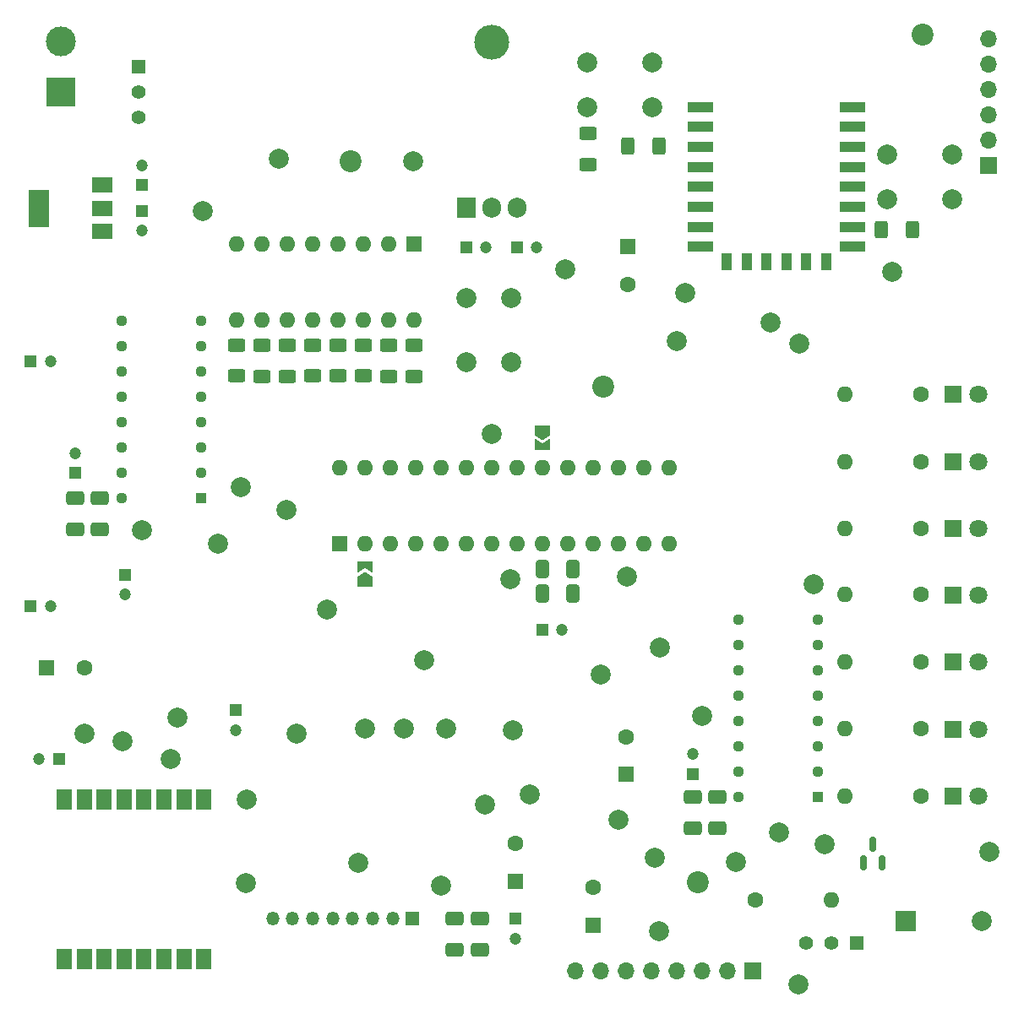
<source format=gbr>
%TF.GenerationSoftware,KiCad,Pcbnew,7.0.10*%
%TF.CreationDate,2024-02-21T03:28:03-08:00*%
%TF.ProjectId,b1,62312e6b-6963-4616-945f-706362585858,1*%
%TF.SameCoordinates,Original*%
%TF.FileFunction,Soldermask,Top*%
%TF.FilePolarity,Negative*%
%FSLAX46Y46*%
G04 Gerber Fmt 4.6, Leading zero omitted, Abs format (unit mm)*
G04 Created by KiCad (PCBNEW 7.0.10) date 2024-02-21 03:28:03*
%MOMM*%
%LPD*%
G01*
G04 APERTURE LIST*
G04 Aperture macros list*
%AMRoundRect*
0 Rectangle with rounded corners*
0 $1 Rounding radius*
0 $2 $3 $4 $5 $6 $7 $8 $9 X,Y pos of 4 corners*
0 Add a 4 corners polygon primitive as box body*
4,1,4,$2,$3,$4,$5,$6,$7,$8,$9,$2,$3,0*
0 Add four circle primitives for the rounded corners*
1,1,$1+$1,$2,$3*
1,1,$1+$1,$4,$5*
1,1,$1+$1,$6,$7*
1,1,$1+$1,$8,$9*
0 Add four rect primitives between the rounded corners*
20,1,$1+$1,$2,$3,$4,$5,0*
20,1,$1+$1,$4,$5,$6,$7,0*
20,1,$1+$1,$6,$7,$8,$9,0*
20,1,$1+$1,$8,$9,$2,$3,0*%
%AMFreePoly0*
4,1,6,1.000000,0.000000,0.500000,-0.750000,-0.500000,-0.750000,-0.500000,0.750000,0.500000,0.750000,1.000000,0.000000,1.000000,0.000000,$1*%
%AMFreePoly1*
4,1,6,0.500000,-0.750000,-0.650000,-0.750000,-0.150000,0.000000,-0.650000,0.750000,0.500000,0.750000,0.500000,-0.750000,0.500000,-0.750000,$1*%
G04 Aperture macros list end*
%ADD10R,2.000000X1.500000*%
%ADD11R,2.000000X3.800000*%
%ADD12R,1.350000X1.350000*%
%ADD13O,1.350000X1.350000*%
%ADD14R,1.500000X2.000000*%
%ADD15C,1.130000*%
%ADD16R,1.130000X1.130000*%
%ADD17O,1.600000X1.600000*%
%ADD18R,1.600000X1.600000*%
%ADD19R,2.500000X1.000000*%
%ADD20R,1.000000X1.800000*%
%ADD21O,1.905000X2.000000*%
%ADD22R,1.905000X2.000000*%
%ADD23O,3.500000X3.500000*%
%ADD24C,2.000000*%
%ADD25R,1.408000X1.408000*%
%ADD26C,1.408000*%
%ADD27C,1.600000*%
%ADD28RoundRect,0.250000X-0.625000X0.400000X-0.625000X-0.400000X0.625000X-0.400000X0.625000X0.400000X0*%
%ADD29RoundRect,0.250000X-0.400000X-0.625000X0.400000X-0.625000X0.400000X0.625000X-0.400000X0.625000X0*%
%ADD30RoundRect,0.150000X0.150000X-0.587500X0.150000X0.587500X-0.150000X0.587500X-0.150000X-0.587500X0*%
%ADD31R,1.700000X1.700000*%
%ADD32O,1.700000X1.700000*%
%ADD33FreePoly0,270.000000*%
%ADD34FreePoly1,270.000000*%
%ADD35FreePoly0,90.000000*%
%ADD36FreePoly1,90.000000*%
%ADD37R,3.000000X3.000000*%
%ADD38C,3.000000*%
%ADD39C,2.200000*%
%ADD40R,1.800000X1.800000*%
%ADD41C,1.800000*%
%ADD42RoundRect,0.250000X-0.650000X0.412500X-0.650000X-0.412500X0.650000X-0.412500X0.650000X0.412500X0*%
%ADD43C,1.200000*%
%ADD44R,1.200000X1.200000*%
%ADD45RoundRect,0.250000X-0.412500X-0.650000X0.412500X-0.650000X0.412500X0.650000X-0.412500X0.650000X0*%
%ADD46R,2.000000X2.000000*%
G04 APERTURE END LIST*
D10*
%TO.C,U2*%
X103988000Y-61170600D03*
X103988000Y-63470600D03*
D11*
X97688000Y-63470600D03*
D10*
X103988000Y-65770600D03*
%TD*%
D12*
%TO.C,U8*%
X135095000Y-134747000D03*
D13*
X133095000Y-134747000D03*
X131095000Y-134747000D03*
X129095000Y-134747000D03*
X127095000Y-134747000D03*
X125095000Y-134747000D03*
X123095000Y-134747000D03*
X121095000Y-134747000D03*
%TD*%
D14*
%TO.C,U7*%
X100188000Y-122810000D03*
X102188000Y-122810000D03*
X104188000Y-122810000D03*
X106188000Y-122810000D03*
X108188000Y-122810000D03*
X110188000Y-122810000D03*
X112188000Y-122810000D03*
X114188000Y-122810000D03*
X114188000Y-138810000D03*
X112188000Y-138810000D03*
X110188000Y-138810000D03*
X108188000Y-138810000D03*
X106188000Y-138810000D03*
X104188000Y-138810000D03*
X102188000Y-138810000D03*
X100188000Y-138810000D03*
%TD*%
D15*
%TO.C,U6*%
X167767000Y-122555000D03*
X167767000Y-120015000D03*
X167767000Y-117475000D03*
X167767000Y-114935000D03*
X167767000Y-112395000D03*
X167767000Y-109855000D03*
X167767000Y-107315000D03*
X167767000Y-104775000D03*
X175707000Y-104775000D03*
X175707000Y-107315000D03*
X175707000Y-109855000D03*
X175707000Y-112395000D03*
X175707000Y-114935000D03*
X175707000Y-117475000D03*
X175707000Y-120015000D03*
D16*
X175707000Y-122555000D03*
%TD*%
%TO.C,U5*%
X113881500Y-92573000D03*
D15*
X113881500Y-90033000D03*
X113881500Y-87493000D03*
X113881500Y-84953000D03*
X113881500Y-82413000D03*
X113881500Y-79873000D03*
X113881500Y-77333000D03*
X113881500Y-74793000D03*
X105941500Y-74793000D03*
X105941500Y-77333000D03*
X105941500Y-79873000D03*
X105941500Y-82413000D03*
X105941500Y-84953000D03*
X105941500Y-87493000D03*
X105941500Y-90033000D03*
X105941500Y-92573000D03*
%TD*%
D17*
%TO.C,U4*%
X127762000Y-89535000D03*
X130302000Y-89535000D03*
X132842000Y-89535000D03*
X135382000Y-89535000D03*
X137922000Y-89535000D03*
X140462000Y-89535000D03*
X143002000Y-89535000D03*
X145542000Y-89535000D03*
X148082000Y-89535000D03*
X150622000Y-89535000D03*
X153162000Y-89535000D03*
X155702000Y-89535000D03*
X158242000Y-89535000D03*
X160782000Y-89535000D03*
X160782000Y-97155000D03*
X158242000Y-97155000D03*
X155702000Y-97155000D03*
X153162000Y-97155000D03*
X150622000Y-97155000D03*
X148082000Y-97155000D03*
X145542000Y-97155000D03*
X143002000Y-97155000D03*
X140462000Y-97155000D03*
X137922000Y-97155000D03*
X135382000Y-97155000D03*
X132842000Y-97155000D03*
X130302000Y-97155000D03*
D18*
X127762000Y-97155000D03*
%TD*%
D19*
%TO.C,U3*%
X163977000Y-53327000D03*
X163977000Y-55327000D03*
X163977000Y-57327000D03*
X163977000Y-59327000D03*
X163977000Y-61327000D03*
X163977000Y-63327000D03*
X163977000Y-65327000D03*
X163977000Y-67327000D03*
D20*
X166577000Y-68827000D03*
X168577000Y-68827000D03*
X170577000Y-68827000D03*
X172577000Y-68827000D03*
X174577000Y-68827000D03*
X176577000Y-68827000D03*
D19*
X179177000Y-67327000D03*
X179177000Y-65327000D03*
X179177000Y-63327000D03*
X179177000Y-61327000D03*
X179177000Y-59327000D03*
X179177000Y-57327000D03*
X179177000Y-55327000D03*
X179177000Y-53327000D03*
%TD*%
D21*
%TO.C,U1*%
X145542000Y-63459000D03*
X143002000Y-63459000D03*
D22*
X140462000Y-63459000D03*
D23*
X143002000Y-46799000D03*
%TD*%
D24*
%TO.C,TP51*%
X129667000Y-129159000D03*
%TD*%
%TO.C,TP50*%
X138430000Y-115697000D03*
%TD*%
%TO.C,TP49*%
X126492000Y-103759000D03*
%TD*%
%TO.C,TP48*%
X136271000Y-108839000D03*
%TD*%
%TO.C,TP47*%
X134239000Y-115697000D03*
%TD*%
%TO.C,TP46*%
X155702000Y-124841000D03*
%TD*%
%TO.C,TP45*%
X118491000Y-122809000D03*
%TD*%
%TO.C,TP44*%
X102235000Y-116205000D03*
%TD*%
%TO.C,TP43*%
X106045000Y-116967000D03*
%TD*%
%TO.C,TP42*%
X130302000Y-115697000D03*
%TD*%
%TO.C,TP41*%
X118364000Y-131191000D03*
%TD*%
%TO.C,TP40*%
X167513000Y-129032000D03*
%TD*%
%TO.C,TP39*%
X146812000Y-122301000D03*
%TD*%
%TO.C,TP38*%
X145161000Y-115824000D03*
%TD*%
%TO.C,TP37*%
X159385000Y-128651000D03*
%TD*%
%TO.C,TP36*%
X176403000Y-127254000D03*
%TD*%
%TO.C,TP35*%
X175260000Y-101219000D03*
%TD*%
%TO.C,TP34*%
X192913000Y-128016000D03*
%TD*%
%TO.C,TP33*%
X153924000Y-110236000D03*
%TD*%
%TO.C,TP32*%
X171831000Y-126111000D03*
%TD*%
%TO.C,TP30*%
X117856000Y-91440000D03*
%TD*%
%TO.C,TP29*%
X143002000Y-86106000D03*
%TD*%
%TO.C,TP28*%
X122428000Y-93726000D03*
%TD*%
%TO.C,TP27*%
X115570000Y-97155000D03*
%TD*%
%TO.C,TP26*%
X107950000Y-95758000D03*
%TD*%
%TO.C,TP25*%
X156591000Y-100457000D03*
%TD*%
%TO.C,TP24*%
X183134000Y-69850000D03*
%TD*%
%TO.C,TP23*%
X170942000Y-74930000D03*
%TD*%
%TO.C,TP22*%
X173863000Y-77089000D03*
%TD*%
%TO.C,TP21*%
X162433000Y-72009000D03*
%TD*%
%TO.C,TP20*%
X144907000Y-100711000D03*
%TD*%
%TO.C,TP18*%
X159766000Y-136017000D03*
%TD*%
%TO.C,TP14*%
X142367000Y-123317000D03*
%TD*%
%TO.C,TP13*%
X161544000Y-76835000D03*
%TD*%
%TO.C,TP12*%
X111506000Y-114554000D03*
%TD*%
%TO.C,TP11*%
X123444000Y-116205000D03*
%TD*%
%TO.C,TP10*%
X164084000Y-114427000D03*
%TD*%
%TO.C,TP9*%
X137922000Y-131445000D03*
%TD*%
%TO.C,TP7*%
X173736000Y-141351000D03*
%TD*%
%TO.C,TP6*%
X110871000Y-118745000D03*
%TD*%
%TO.C,TP5*%
X159893000Y-107569000D03*
%TD*%
%TO.C,TP4*%
X135128000Y-58801000D03*
%TD*%
%TO.C,TP3*%
X121666000Y-58547000D03*
%TD*%
%TO.C,TP2*%
X114046000Y-63754000D03*
%TD*%
%TO.C,TP1*%
X150368000Y-69596000D03*
%TD*%
D25*
%TO.C,SW6*%
X179578000Y-137128000D03*
D26*
X177038000Y-137128000D03*
X174498000Y-137128000D03*
%TD*%
D18*
%TO.C,SW5*%
X135255000Y-67056000D03*
D17*
X132715000Y-67056000D03*
X130175000Y-67056000D03*
X127635000Y-67056000D03*
X125095000Y-67056000D03*
X122555000Y-67056000D03*
X120015000Y-67056000D03*
X117475000Y-67056000D03*
X117475000Y-74676000D03*
X120015000Y-74676000D03*
X122555000Y-74676000D03*
X125095000Y-74676000D03*
X127635000Y-74676000D03*
X130175000Y-74676000D03*
X132715000Y-74676000D03*
X135255000Y-74676000D03*
%TD*%
D24*
%TO.C,SW4*%
X182678000Y-62575000D03*
X189178000Y-62575000D03*
X189178000Y-58075000D03*
X182678000Y-58075000D03*
%TD*%
%TO.C,SW3*%
X159115000Y-48833000D03*
X152615000Y-48833000D03*
X152615000Y-53333000D03*
X159115000Y-53333000D03*
%TD*%
%TO.C,SW2*%
X144962000Y-78942000D03*
X144962000Y-72442000D03*
X140462000Y-72442000D03*
X140462000Y-78942000D03*
%TD*%
D25*
%TO.C,SW1*%
X107664000Y-49276000D03*
D26*
X107664000Y-51816000D03*
X107664000Y-54356000D03*
%TD*%
D27*
%TO.C,R21*%
X169418000Y-132842000D03*
D17*
X177038000Y-132842000D03*
%TD*%
D27*
%TO.C,R20*%
X186055000Y-82169000D03*
D17*
X178435000Y-82169000D03*
%TD*%
D27*
%TO.C,R19*%
X186055000Y-88900000D03*
D17*
X178435000Y-88900000D03*
%TD*%
D27*
%TO.C,R18*%
X186055000Y-95631000D03*
D17*
X178435000Y-95631000D03*
%TD*%
D27*
%TO.C,R17*%
X186055000Y-102235000D03*
D17*
X178435000Y-102235000D03*
%TD*%
D27*
%TO.C,R16*%
X186055000Y-108966000D03*
D17*
X178435000Y-108966000D03*
%TD*%
D27*
%TO.C,R15*%
X186055000Y-115697000D03*
D17*
X178435000Y-115697000D03*
%TD*%
%TO.C,R14*%
X178435000Y-122428000D03*
D27*
X186055000Y-122428000D03*
%TD*%
D28*
%TO.C,R13*%
X117511000Y-77190000D03*
X117511000Y-80290000D03*
%TD*%
%TO.C,R12*%
X120015000Y-77216000D03*
X120015000Y-80316000D03*
%TD*%
%TO.C,R11*%
X122555000Y-77216000D03*
X122555000Y-80316000D03*
%TD*%
%TO.C,R10*%
X125095000Y-77190000D03*
X125095000Y-80290000D03*
%TD*%
%TO.C,R9*%
X127635000Y-77190000D03*
X127635000Y-80290000D03*
%TD*%
%TO.C,R8*%
X130175000Y-77190000D03*
X130175000Y-80290000D03*
%TD*%
%TO.C,R7*%
X132715000Y-77216000D03*
X132715000Y-80316000D03*
%TD*%
%TO.C,R6*%
X135255000Y-77216000D03*
X135255000Y-80316000D03*
%TD*%
D29*
%TO.C,R4*%
X156666000Y-57277000D03*
X159766000Y-57277000D03*
%TD*%
%TO.C,R2*%
X182092000Y-65659000D03*
X185192000Y-65659000D03*
%TD*%
D28*
%TO.C,R1*%
X152654000Y-56007000D03*
X152654000Y-59107000D03*
%TD*%
D30*
%TO.C,Q1*%
X180279000Y-129129000D03*
X182179000Y-129129000D03*
X181229000Y-127254000D03*
%TD*%
D31*
%TO.C,P1*%
X169164000Y-139954000D03*
D32*
X166624000Y-139954000D03*
X164084000Y-139954000D03*
X161544000Y-139954000D03*
X159004000Y-139954000D03*
X156464000Y-139954000D03*
X153924000Y-139954000D03*
X151384000Y-139954000D03*
%TD*%
D33*
%TO.C,JP2*%
X148082000Y-85799000D03*
D34*
X148082000Y-87249000D03*
%TD*%
D35*
%TO.C,JP1*%
X130302000Y-100891000D03*
D36*
X130302000Y-99441000D03*
%TD*%
D37*
%TO.C,J2*%
X99822000Y-51816000D03*
D38*
X99822000Y-46736000D03*
%TD*%
D31*
%TO.C,J1*%
X192786000Y-59182000D03*
D32*
X192786000Y-56642000D03*
X192786000Y-54102000D03*
X192786000Y-51562000D03*
X192786000Y-49022000D03*
X192786000Y-46482000D03*
%TD*%
D39*
%TO.C,H4*%
X154178000Y-81407000D03*
%TD*%
%TO.C,H3*%
X163703000Y-131064000D03*
%TD*%
%TO.C,H2*%
X186182000Y-46101000D03*
%TD*%
%TO.C,H1*%
X128905000Y-58801000D03*
%TD*%
D40*
%TO.C,D7*%
X189230000Y-82169000D03*
D41*
X191770000Y-82169000D03*
%TD*%
%TO.C,D6*%
X191770000Y-88878833D03*
D40*
X189230000Y-88878833D03*
%TD*%
D41*
%TO.C,D5*%
X191770000Y-95588666D03*
D40*
X189230000Y-95588666D03*
%TD*%
%TO.C,D4*%
X189230000Y-102298499D03*
D41*
X191770000Y-102298499D03*
%TD*%
D40*
%TO.C,D3*%
X189230000Y-109008332D03*
D41*
X191770000Y-109008332D03*
%TD*%
D40*
%TO.C,D2*%
X189230000Y-115718165D03*
D41*
X191770000Y-115718165D03*
%TD*%
D40*
%TO.C,D1*%
X189230000Y-122428000D03*
D41*
X191770000Y-122428000D03*
%TD*%
D42*
%TO.C,C33*%
X139319000Y-134747000D03*
X139319000Y-137872000D03*
%TD*%
%TO.C,C32*%
X141859000Y-134747000D03*
X141859000Y-137872000D03*
%TD*%
D43*
%TO.C,C31*%
X145415000Y-136747000D03*
D44*
X145415000Y-134747000D03*
%TD*%
D27*
%TO.C,C30*%
X145415000Y-127161651D03*
D18*
X145415000Y-130961651D03*
%TD*%
D44*
%TO.C,C27*%
X99695000Y-118745000D03*
D43*
X97695000Y-118745000D03*
%TD*%
D18*
%TO.C,C26*%
X98435000Y-109601000D03*
D27*
X102235000Y-109601000D03*
%TD*%
D18*
%TO.C,C25*%
X153162000Y-135382000D03*
D27*
X153162000Y-131582000D03*
%TD*%
D42*
%TO.C,C24*%
X163195000Y-122555000D03*
X163195000Y-125680000D03*
%TD*%
%TO.C,C23*%
X165608000Y-122555000D03*
X165608000Y-125680000D03*
%TD*%
D44*
%TO.C,C22*%
X163195000Y-120225600D03*
D43*
X163195000Y-118225600D03*
%TD*%
D27*
%TO.C,C21*%
X156464000Y-116469000D03*
D18*
X156464000Y-120269000D03*
%TD*%
D42*
%TO.C,C20*%
X103721500Y-92573000D03*
X103721500Y-95698000D03*
%TD*%
%TO.C,C19*%
X101308500Y-95698000D03*
X101308500Y-92573000D03*
%TD*%
D43*
%TO.C,C18*%
X101308500Y-88033000D03*
D44*
X101308500Y-90033000D03*
%TD*%
D18*
%TO.C,C17*%
X156702000Y-67303000D03*
D27*
X156702000Y-71103000D03*
%TD*%
D45*
%TO.C,C16*%
X148082000Y-99695000D03*
X151207000Y-99695000D03*
%TD*%
%TO.C,C15*%
X148082000Y-102108000D03*
X151207000Y-102108000D03*
%TD*%
D44*
%TO.C,C14*%
X148082000Y-105791000D03*
D43*
X150082000Y-105791000D03*
%TD*%
D44*
%TO.C,C10*%
X96806000Y-78867000D03*
D43*
X98806000Y-78867000D03*
%TD*%
%TO.C,C9*%
X117348000Y-115792000D03*
D44*
X117348000Y-113792000D03*
%TD*%
%TO.C,C8*%
X106299000Y-100235000D03*
D43*
X106299000Y-102235000D03*
%TD*%
D44*
%TO.C,C7*%
X107950000Y-63742600D03*
D43*
X107950000Y-65742600D03*
%TD*%
%TO.C,C6*%
X107950000Y-59170600D03*
D44*
X107950000Y-61170600D03*
%TD*%
%TO.C,C5*%
X96817401Y-103378000D03*
D43*
X98817401Y-103378000D03*
%TD*%
D44*
%TO.C,C2*%
X145542000Y-67437000D03*
D43*
X147542000Y-67437000D03*
%TD*%
D44*
%TO.C,C1*%
X140462000Y-67437000D03*
D43*
X142462000Y-67437000D03*
%TD*%
D46*
%TO.C,BZ1*%
X184541000Y-135001000D03*
D24*
X192141000Y-135001000D03*
%TD*%
M02*

</source>
